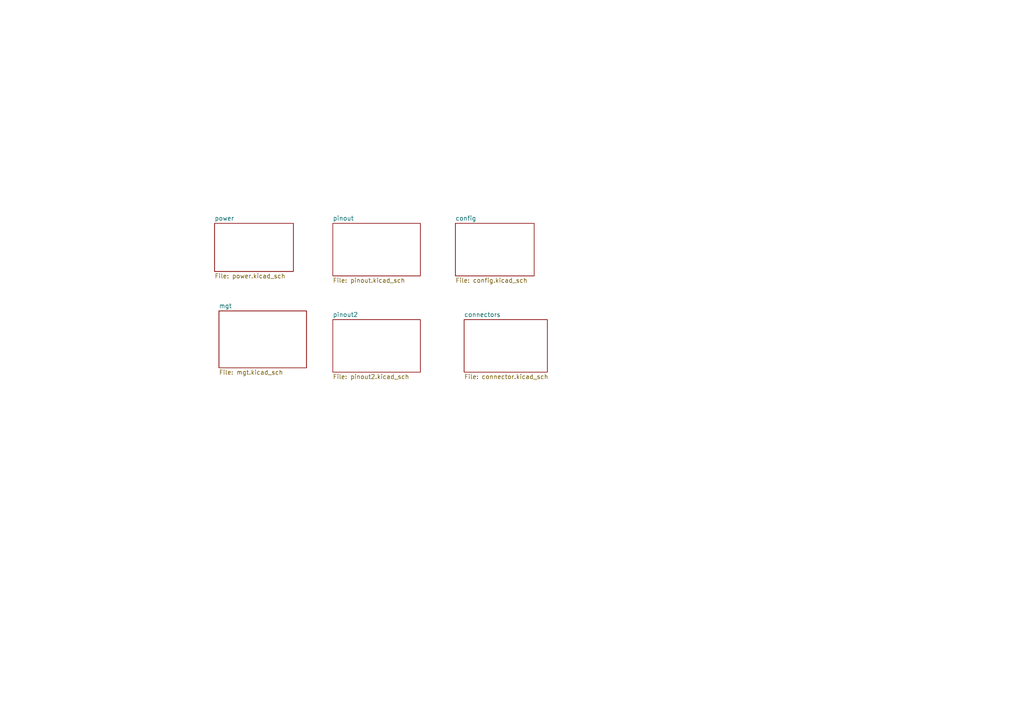
<source format=kicad_sch>
(kicad_sch (version 20230121) (generator eeschema)
  (paper "A4")
  (lib_symbols)
  (sheet (at 96.52 64.77) (size 25.4 15.24) (stroke (width 0.1524))
    (property "Sheetname" "pinout" (at 96.52 64.0584 0) (effects (justify left bottom)))
    (property "Sheetfile" "pinout.kicad_sch" (at 96.52 80.5946 0) (effects (justify left top)))
  )
  (sheet (at 132.08 64.77) (size 22.86 15.24) (stroke (width 0.1524))
    (property "Sheetname" "config" (at 132.08 64.0584 0) (effects (justify left bottom)))
    (property "Sheetfile" "config.kicad_sch" (at 132.08 80.5946 0) (effects (justify left top)))
  )
  (sheet (at 63.5 90.17) (size 25.4 16.51) (stroke (width 0.1524))
    (property "Sheetname" "mgt" (at 63.5 89.4584 0) (effects (justify left bottom)))
    (property "Sheetfile" "mgt.kicad_sch" (at 63.5 107.2646 0) (effects (justify left top)))
  )
  (sheet (at 134.62 92.71) (size 24.13 15.24) (stroke (width 0.1524))
    (property "Sheetname" "connectors" (at 134.62 91.9984 0) (effects (justify left bottom)))
    (property "Sheetfile" "connector.kicad_sch" (at 134.62 108.5346 0) (effects (justify left top)))
  )
  (sheet (at 62.23 64.77) (size 22.86 13.97) (stroke (width 0.1524))
    (property "Sheetname" "power" (at 62.23 64.0584 0) (effects (justify left bottom)))
    (property "Sheetfile" "power.kicad_sch" (at 62.23 79.3246 0) (effects (justify left top)))
  )
  (sheet (at 96.52 92.71) (size 25.4 15.24) (stroke (width 0.1524))
    (property "Sheetname" "pinout2" (at 96.52 91.9984 0) (effects (justify left bottom)))
    (property "Sheetfile" "pinout2.kicad_sch" (at 96.52 108.5346 0) (effects (justify left top)))
  )
)
</source>
